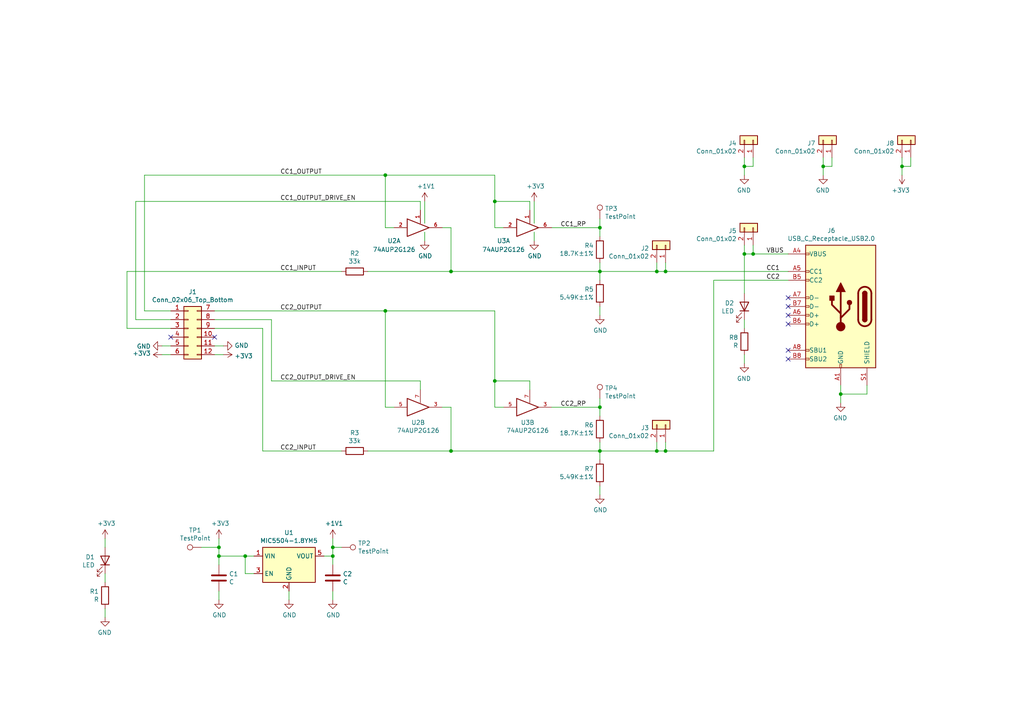
<source format=kicad_sch>
(kicad_sch (version 20230121) (generator eeschema)
  (paper "A4")
  (lib_symbols
    (symbol "CC-test-rescue:74AUC2G126-74xGxx" (pin_names (offset 1.016))
      (property "Reference" "U" (at -2.54 3.81 0))
      (property "Value" "74xGxx_74AUC2G126" (at 0 -3.81 0))
      (symbol "74AUC2G126-74xGxx_0_1"
        (polyline (pts (xy -3.81 2.54) (xy -3.81 -2.54) (xy 2.54 0) (xy -3.81 2.54)) (stroke (width 0.254)))
        (pin power_in line (at 1.27 -1.27 270) (length 0) hide (name "GND") (number "4"))
        (pin power_in line (at 1.27 1.27 90) (length 0) hide (name "VCC") (number "8"))
      )
      (symbol "74AUC2G126-74xGxx_1_1"
        (pin input line (at 0 5.08 270) (length 3.81) (name "~") (number "1"))
        (pin input line (at -7.62 0 0) (length 3.81) (name "~") (number "2"))
        (pin tri_state line (at 6.35 0 180) (length 3.81) (name "~") (number "6"))
      )
      (symbol "74AUC2G126-74xGxx_2_1"
        (pin tri_state line (at 6.35 0 180) (length 3.81) (name "~") (number "3"))
        (pin input line (at -7.62 0 0) (length 3.81) (name "~") (number "5"))
        (pin input line (at 0 5.08 270) (length 3.81) (name "~") (number "7"))
      )
    )
    (symbol "CC-test-rescue:USB_C_Receptacle_USB2.0-Connector" (pin_names (offset 1.016))
      (property "Reference" "J" (at -10.16 19.05 0))
      (property "Value" "Connector_USB_C_Receptacle_USB2.0" (at 19.05 19.05 0))
      (symbol "USB_C_Receptacle_USB2.0-Connector_0_0"
        (rectangle (start -0.254 -17.78) (end 0.254 -16.764))
        (rectangle (start 10.16 -14.986) (end 9.144 -15.494))
        (rectangle (start 10.16 -12.446) (end 9.144 -12.954))
        (rectangle (start 10.16 -4.826) (end 9.144 -5.334))
        (rectangle (start 10.16 -2.286) (end 9.144 -2.794))
        (rectangle (start 10.16 0.254) (end 9.144 -0.254))
        (rectangle (start 10.16 2.794) (end 9.144 2.286))
        (rectangle (start 10.16 7.874) (end 9.144 7.366))
        (rectangle (start 10.16 10.414) (end 9.144 9.906))
        (rectangle (start 10.16 15.494) (end 9.144 14.986))
      )
      (symbol "USB_C_Receptacle_USB2.0-Connector_0_1"
        (rectangle (start -10.16 17.78) (end 10.16 -17.78) (stroke (width 0.254)) (fill (type background)))
        (arc (start -8.89 -3.81) (mid -6.985 -5.7067) (end -5.08 -3.81) (stroke (width 0.508)))
        (arc (start -7.62 -3.81) (mid -6.985 -4.4423) (end -6.35 -3.81) (stroke (width 0.254)))
        (arc (start -7.62 -3.81) (mid -6.985 -4.4423) (end -6.35 -3.81) (stroke (width 0.254)) (fill (type outline)))
        (rectangle (start -7.62 -3.81) (end -6.35 3.81) (stroke (width 0.254)) (fill (type outline)))
        (arc (start -6.35 3.81) (mid -6.985 4.4423) (end -7.62 3.81) (stroke (width 0.254)))
        (arc (start -6.35 3.81) (mid -6.985 4.4423) (end -7.62 3.81) (stroke (width 0.254)) (fill (type outline)))
        (arc (start -5.08 3.81) (mid -6.985 5.7067) (end -8.89 3.81) (stroke (width 0.508)))
        (circle (center -2.54 1.143) (radius 0.635) (stroke (width 0.254)) (fill (type outline)))
        (circle (center 0 -5.842) (radius 1.27) (fill (type outline)))
        (polyline (pts (xy -8.89 -3.81) (xy -8.89 3.81)) (stroke (width 0.508)))
        (polyline (pts (xy -5.08 3.81) (xy -5.08 -3.81)) (stroke (width 0.508)))
        (polyline (pts (xy 0 -5.842) (xy 0 4.318)) (stroke (width 0.508)))
        (polyline (pts (xy 0 -3.302) (xy -2.54 -0.762) (xy -2.54 0.508)) (stroke (width 0.508)))
        (polyline (pts (xy 0 -2.032) (xy 2.54 0.508) (xy 2.54 1.778)) (stroke (width 0.508)))
        (polyline (pts (xy -1.27 4.318) (xy 0 6.858) (xy 1.27 4.318) (xy -1.27 4.318)) (stroke (width 0.254)) (fill (type outline)))
        (rectangle (start 1.905 1.778) (end 3.175 3.048) (stroke (width 0.254)) (fill (type outline)))
      )
      (symbol "USB_C_Receptacle_USB2.0-Connector_1_1"
        (pin power_in line (at 0 -22.86 90) (length 5.08) (name "GND") (number "A1"))
        (pin passive line (at 0 -22.86 90) (length 5.08) hide (name "GND") (number "A12"))
        (pin power_in line (at 15.24 15.24 180) (length 5.08) (name "VBUS") (number "A4"))
        (pin bidirectional line (at 15.24 10.16 180) (length 5.08) (name "CC1") (number "A5"))
        (pin bidirectional line (at 15.24 -2.54 180) (length 5.08) (name "D+") (number "A6"))
        (pin bidirectional line (at 15.24 2.54 180) (length 5.08) (name "D-") (number "A7"))
        (pin bidirectional line (at 15.24 -12.7 180) (length 5.08) (name "SBU1") (number "A8"))
        (pin passive line (at 15.24 15.24 180) (length 5.08) hide (name "VBUS") (number "A9"))
        (pin passive line (at 0 -22.86 90) (length 5.08) hide (name "GND") (number "B1"))
        (pin passive line (at 0 -22.86 90) (length 5.08) hide (name "GND") (number "B12"))
        (pin passive line (at 15.24 15.24 180) (length 5.08) hide (name "VBUS") (number "B4"))
        (pin bidirectional line (at 15.24 7.62 180) (length 5.08) (name "CC2") (number "B5"))
        (pin bidirectional line (at 15.24 -5.08 180) (length 5.08) (name "D+") (number "B6"))
        (pin bidirectional line (at 15.24 0 180) (length 5.08) (name "D-") (number "B7"))
        (pin bidirectional line (at 15.24 -15.24 180) (length 5.08) (name "SBU2") (number "B8"))
        (pin passive line (at 15.24 15.24 180) (length 5.08) hide (name "VBUS") (number "B9"))
        (pin passive line (at -7.62 -22.86 90) (length 5.08) (name "SHIELD") (number "S1"))
      )
    )
    (symbol "CC-test:74AUP2G126" (pin_names (offset 1.016))
      (property "Reference" "U" (at -2.54 3.81 0))
      (property "Value" "74AUP2G126" (at 0 -3.81 0))
      (symbol "74AUP2G126_0_1"
        (polyline (pts (xy -3.81 2.54) (xy -3.81 -2.54) (xy 2.54 0) (xy -3.81 2.54)) (stroke (width 0.254)))
        (pin power_in line (at 1.27 -1.27 270) (length 0) hide (name "GND") (number "4"))
        (pin power_in line (at 1.27 1.27 90) (length 0) hide (name "~") (number "8"))
      )
      (symbol "74AUP2G126_1_1"
        (pin input line (at 0 5.08 270) (length 3.81) (name "~") (number "1"))
        (pin input line (at -7.62 0 0) (length 3.81) (name "~") (number "2"))
        (pin tri_state line (at 6.35 0 180) (length 3.81) (name "~") (number "6"))
      )
      (symbol "74AUP2G126_2_1"
        (pin tri_state line (at 6.35 0 180) (length 3.81) (name "~") (number "3"))
        (pin input line (at -7.62 0 0) (length 3.81) (name "~") (number "5"))
        (pin input line (at 0 5.08 270) (length 3.81) (name "~") (number "7"))
      )
    )
    (symbol "Connector:TestPoint" (pin_numbers hide) (pin_names (offset 0.762) hide)
      (property "Reference" "TP" (at 0 6.858 0))
      (property "Value" "TestPoint" (at 0 5.08 0))
      (symbol "TestPoint_0_1"
        (circle (center 0 3.302) (radius 0.762))
      )
      (symbol "TestPoint_1_1"
        (pin passive line (at 0 0 90) (length 2.54) (name "1") (number "1"))
      )
    )
    (symbol "Connector_Generic:Conn_01x02" (pin_names (offset 1.016) hide)
      (property "Reference" "J" (at 0 2.54 0))
      (property "Value" "Conn_01x02" (at 0 -5.08 0))
      (symbol "Conn_01x02_1_1"
        (rectangle (start -1.27 -2.413) (end 0 -2.667) (stroke (width 0.1524)))
        (rectangle (start -1.27 0.127) (end 0 -0.127) (stroke (width 0.1524)))
        (rectangle (start -1.27 1.27) (end 1.27 -3.81) (stroke (width 0.254)) (fill (type background)))
        (pin passive line (at -5.08 0 0) (length 3.81) (name "Pin_1") (number "1"))
        (pin passive line (at -5.08 -2.54 0) (length 3.81) (name "Pin_2") (number "2"))
      )
    )
    (symbol "Connector_Generic:Conn_02x06_Top_Bottom" (pin_names (offset 1.016) hide)
      (property "Reference" "J" (at 1.27 7.62 0))
      (property "Value" "Conn_02x06_Top_Bottom" (at 1.27 -10.16 0))
      (symbol "Conn_02x06_Top_Bottom_1_1"
        (rectangle (start -1.27 -7.493) (end 0 -7.747) (stroke (width 0.1524)))
        (rectangle (start -1.27 -4.953) (end 0 -5.207) (stroke (width 0.1524)))
        (rectangle (start -1.27 -2.413) (end 0 -2.667) (stroke (width 0.1524)))
        (rectangle (start -1.27 0.127) (end 0 -0.127) (stroke (width 0.1524)))
        (rectangle (start -1.27 2.667) (end 0 2.413) (stroke (width 0.1524)))
        (rectangle (start -1.27 5.207) (end 0 4.953) (stroke (width 0.1524)))
        (rectangle (start -1.27 6.35) (end 3.81 -8.89) (stroke (width 0.254)) (fill (type background)))
        (rectangle (start 3.81 -7.493) (end 2.54 -7.747) (stroke (width 0.1524)))
        (rectangle (start 3.81 -4.953) (end 2.54 -5.207) (stroke (width 0.1524)))
        (rectangle (start 3.81 -2.413) (end 2.54 -2.667) (stroke (width 0.1524)))
        (rectangle (start 3.81 0.127) (end 2.54 -0.127) (stroke (width 0.1524)))
        (rectangle (start 3.81 2.667) (end 2.54 2.413) (stroke (width 0.1524)))
        (rectangle (start 3.81 5.207) (end 2.54 4.953) (stroke (width 0.1524)))
        (pin passive line (at -5.08 5.08 0) (length 3.81) (name "Pin_1") (number "1"))
        (pin passive line (at 7.62 -2.54 180) (length 3.81) (name "Pin_10") (number "10"))
        (pin passive line (at 7.62 -5.08 180) (length 3.81) (name "Pin_11") (number "11"))
        (pin passive line (at 7.62 -7.62 180) (length 3.81) (name "Pin_12") (number "12"))
        (pin passive line (at -5.08 2.54 0) (length 3.81) (name "Pin_2") (number "2"))
        (pin passive line (at -5.08 0 0) (length 3.81) (name "Pin_3") (number "3"))
        (pin passive line (at -5.08 -2.54 0) (length 3.81) (name "Pin_4") (number "4"))
        (pin passive line (at -5.08 -5.08 0) (length 3.81) (name "Pin_5") (number "5"))
        (pin passive line (at -5.08 -7.62 0) (length 3.81) (name "Pin_6") (number "6"))
        (pin passive line (at 7.62 5.08 180) (length 3.81) (name "Pin_7") (number "7"))
        (pin passive line (at 7.62 2.54 180) (length 3.81) (name "Pin_8") (number "8"))
        (pin passive line (at 7.62 0 180) (length 3.81) (name "Pin_9") (number "9"))
      )
    )
    (symbol "Device:C" (pin_numbers hide) (pin_names (offset 0.254))
      (property "Reference" "C" (at 0.635 2.54 0))
      (property "Value" "C" (at 0.635 -2.54 0))
      (symbol "C_0_1"
        (polyline (pts (xy -2.032 -0.762) (xy 2.032 -0.762)) (stroke (width 0.508)))
        (polyline (pts (xy -2.032 0.762) (xy 2.032 0.762)) (stroke (width 0.508)))
      )
      (symbol "C_1_1"
        (pin passive line (at 0 3.81 270) (length 2.794) (name "~") (number "1"))
        (pin passive line (at 0 -3.81 90) (length 2.794) (name "~") (number "2"))
      )
    )
    (symbol "Device:LED" (pin_numbers hide) (pin_names (offset 1.016) hide)
      (property "Reference" "D" (at 0 2.54 0))
      (property "Value" "LED" (at 0 -2.54 0))
      (symbol "LED_0_1"
        (polyline (pts (xy -1.27 -1.27) (xy -1.27 1.27)) (stroke (width 0.254)))
        (polyline (pts (xy -1.27 0) (xy 1.27 0)))
        (polyline (pts (xy 1.27 -1.27) (xy 1.27 1.27) (xy -1.27 0) (xy 1.27 -1.27)) (stroke (width 0.254)))
        (polyline (pts (xy -3.048 -0.762) (xy -4.572 -2.286) (xy -3.81 -2.286) (xy -4.572 -2.286) (xy -4.572 -1.524)))
        (polyline (pts (xy -1.778 -0.762) (xy -3.302 -2.286) (xy -2.54 -2.286) (xy -3.302 -2.286) (xy -3.302 -1.524)))
      )
      (symbol "LED_1_1"
        (pin passive line (at -3.81 0 0) (length 2.54) (name "K") (number "1"))
        (pin passive line (at 3.81 0 180) (length 2.54) (name "A") (number "2"))
      )
    )
    (symbol "Device:R" (pin_numbers hide) (pin_names (offset 0))
      (property "Reference" "R" (at 2.032 0 90))
      (property "Value" "R" (at 0 0 90))
      (symbol "R_0_1"
        (rectangle (start -1.016 -2.54) (end 1.016 2.54) (stroke (width 0.254)))
      )
      (symbol "R_1_1"
        (pin passive line (at 0 3.81 270) (length 1.27) (name "~") (number "1"))
        (pin passive line (at 0 -3.81 90) (length 1.27) (name "~") (number "2"))
      )
    )
    (symbol "Regulator_Linear:MIC5504-1.8YM5"
      (property "Reference" "U" (at -7.62 8.89 0))
      (property "Value" "MIC5504-1.8YM5" (at -7.62 6.35 0))
      (symbol "MIC5504-1.8YM5_0_1"
        (rectangle (start -7.62 -5.08) (end 7.62 5.08) (stroke (width 0.254)) (fill (type background)))
      )
      (symbol "MIC5504-1.8YM5_1_1"
        (pin power_in line (at -10.16 2.54 0) (length 2.54) (name "VIN") (number "1"))
        (pin power_in line (at 0 -7.62 90) (length 2.54) (name "GND") (number "2"))
        (pin input line (at -10.16 -2.54 0) (length 2.54) (name "EN") (number "3"))
        (pin no_connect line (at 7.62 -2.54 180) (length 2.54) hide (name "NC") (number "4"))
        (pin power_out line (at 10.16 2.54 180) (length 2.54) (name "VOUT") (number "5"))
      )
    )
    (symbol "power:+1V1" (power) (pin_names (offset 0))
      (property "Value" "+1V1" (at 0 3.556 0))
      (symbol "+1V1_0_1"
        (polyline (pts (xy -0.762 1.27) (xy 0 2.54)))
        (polyline (pts (xy 0 0) (xy 0 2.54)))
        (polyline (pts (xy 0 2.54) (xy 0.762 1.27)))
      )
      (symbol "+1V1_1_1"
        (pin power_in line (at 0 0 90) (length 0) hide (name "+1V1") (number "1"))
      )
    )
    (symbol "power:+3V3" (power) (pin_names (offset 0))
      (property "Value" "+3V3" (at 0 3.556 0))
      (symbol "+3V3_0_1"
        (polyline (pts (xy -0.762 1.27) (xy 0 2.54)))
        (polyline (pts (xy 0 0) (xy 0 2.54)))
        (polyline (pts (xy 0 2.54) (xy 0.762 1.27)))
      )
      (symbol "+3V3_1_1"
        (pin power_in line (at 0 0 90) (length 0) hide (name "+3V3") (number "1"))
      )
    )
    (symbol "power:GND" (power) (pin_names (offset 0))
      (property "Value" "GND" (at 0 -3.81 0))
      (symbol "GND_0_1"
        (polyline (pts (xy 0 0) (xy 0 -1.27) (xy 1.27 -1.27) (xy 0 -2.54) (xy -1.27 -1.27) (xy 0 -1.27)))
      )
      (symbol "GND_1_1"
        (pin power_in line (at 0 0 270) (length 0) hide (name "GND") (number "1"))
      )
    )
  )
  (junction (at 190.5 130.81))
  (junction (at 261.62 48.26))
  (junction (at 218.44 73.66))
  (junction (at 71.12 161.29))
  (junction (at 193.04 78.74))
  (junction (at 243.84 114.3))
  (junction (at 215.9 73.66))
  (junction (at 238.76 48.26))
  (junction (at 111.76 90.17))
  (junction (at 111.76 50.8))
  (junction (at 96.52 161.29))
  (junction (at 130.81 78.74))
  (junction (at 215.9 48.26))
  (junction (at 173.99 130.81))
  (junction (at 143.51 58.42))
  (junction (at 173.99 78.74))
  (junction (at 173.99 118.11))
  (junction (at 143.51 110.49))
  (junction (at 96.52 158.75))
  (junction (at 130.81 130.81))
  (junction (at 190.5 78.74))
  (junction (at 193.04 130.81))
  (junction (at 63.5 161.29))
  (junction (at 173.99 66.04))
  (junction (at 63.5 158.75))
  (no_connect (at 228.6 88.9))
  (no_connect (at 228.6 104.14))
  (no_connect (at 49.53 97.79))
  (no_connect (at 62.23 97.79))
  (no_connect (at 228.6 86.36))
  (no_connect (at 228.6 93.98))
  (no_connect (at 228.6 91.44))
  (no_connect (at 228.6 101.6))
  (wire (pts (xy 62.23 92.71) (xy 78.74 92.71)))
  (wire (pts (xy 154.94 67.31) (xy 154.94 69.85)))
  (wire (pts (xy 93.98 161.29) (xy 96.52 161.29)))
  (wire (pts (xy 96.52 158.75) (xy 96.52 161.29)))
  (wire (pts (xy 111.76 66.04) (xy 111.76 50.8)))
  (wire (pts (xy 49.53 95.25) (xy 36.83 95.25)))
  (wire (pts (xy 121.92 60.96) (xy 121.92 58.42)))
  (wire (pts (xy 58.42 158.75) (xy 63.5 158.75)))
  (wire (pts (xy 207.01 81.28) (xy 207.01 130.81)))
  (wire (pts (xy 114.3 118.11) (xy 111.76 118.11)))
  (wire (pts (xy 173.99 63.5) (xy 173.99 66.04)))
  (wire (pts (xy 78.74 92.71) (xy 78.74 110.49)))
  (wire (pts (xy 143.51 50.8) (xy 143.51 58.42)))
  (wire (pts (xy 96.52 156.21) (xy 96.52 158.75)))
  (wire (pts (xy 78.74 110.49) (xy 121.92 110.49)))
  (wire (pts (xy 215.9 102.87) (xy 215.9 105.41)))
  (wire (pts (xy 143.51 58.42) (xy 143.51 66.04)))
  (wire (pts (xy 62.23 90.17) (xy 111.76 90.17)))
  (wire (pts (xy 173.99 78.74) (xy 173.99 81.28)))
  (wire (pts (xy 243.84 111.76) (xy 243.84 114.3)))
  (wire (pts (xy 111.76 50.8) (xy 143.51 50.8)))
  (wire (pts (xy 62.23 100.33) (xy 64.77 100.33)))
  (wire (pts (xy 243.84 114.3) (xy 251.46 114.3)))
  (wire (pts (xy 63.5 158.75) (xy 63.5 161.29)))
  (wire (pts (xy 64.77 102.87) (xy 62.23 102.87)))
  (wire (pts (xy 153.67 60.96) (xy 153.67 58.42)))
  (wire (pts (xy 160.02 66.04) (xy 173.99 66.04)))
  (wire (pts (xy 71.12 161.29) (xy 73.66 161.29)))
  (wire (pts (xy 71.12 166.37) (xy 71.12 161.29)))
  (wire (pts (xy 130.81 130.81) (xy 173.99 130.81)))
  (wire (pts (xy 238.76 48.26) (xy 241.3 48.26)))
  (wire (pts (xy 106.68 78.74) (xy 130.81 78.74)))
  (wire (pts (xy 173.99 78.74) (xy 173.99 76.2)))
  (wire (pts (xy 128.27 118.11) (xy 130.81 118.11)))
  (wire (pts (xy 193.04 128.27) (xy 193.04 130.81)))
  (wire (pts (xy 190.5 78.74) (xy 173.99 78.74)))
  (wire (pts (xy 143.51 110.49) (xy 143.51 118.11)))
  (wire (pts (xy 193.04 78.74) (xy 193.04 76.2)))
  (wire (pts (xy 173.99 91.44) (xy 173.99 88.9)))
  (wire (pts (xy 130.81 118.11) (xy 130.81 130.81)))
  (wire (pts (xy 153.67 113.03) (xy 153.67 110.49)))
  (wire (pts (xy 143.51 118.11) (xy 146.05 118.11)))
  (wire (pts (xy 36.83 95.25) (xy 36.83 78.74)))
  (wire (pts (xy 143.51 90.17) (xy 143.51 110.49)))
  (wire (pts (xy 111.76 90.17) (xy 143.51 90.17)))
  (wire (pts (xy 30.48 156.21) (xy 30.48 158.75)))
  (wire (pts (xy 153.67 58.42) (xy 143.51 58.42)))
  (wire (pts (xy 215.9 48.26) (xy 218.44 48.26)))
  (wire (pts (xy 96.52 161.29) (xy 96.52 163.83)))
  (wire (pts (xy 41.91 90.17) (xy 41.91 50.8)))
  (wire (pts (xy 114.3 66.04) (xy 111.76 66.04)))
  (wire (pts (xy 63.5 173.99) (xy 63.5 171.45)))
  (wire (pts (xy 39.37 58.42) (xy 39.37 92.71)))
  (wire (pts (xy 130.81 66.04) (xy 130.81 78.74)))
  (wire (pts (xy 261.62 48.26) (xy 261.62 50.8)))
  (wire (pts (xy 111.76 118.11) (xy 111.76 90.17)))
  (wire (pts (xy 46.99 102.87) (xy 49.53 102.87)))
  (wire (pts (xy 215.9 73.66) (xy 215.9 85.09)))
  (wire (pts (xy 143.51 66.04) (xy 146.05 66.04)))
  (wire (pts (xy 96.52 171.45) (xy 96.52 173.99)))
  (wire (pts (xy 30.48 166.37) (xy 30.48 168.91)))
  (wire (pts (xy 49.53 90.17) (xy 41.91 90.17)))
  (wire (pts (xy 123.19 58.42) (xy 123.19 64.77)))
  (wire (pts (xy 83.82 171.45) (xy 83.82 173.99)))
  (wire (pts (xy 173.99 143.51) (xy 173.99 140.97)))
  (wire (pts (xy 215.9 45.72) (xy 215.9 48.26)))
  (wire (pts (xy 215.9 73.66) (xy 215.9 71.12)))
  (wire (pts (xy 207.01 130.81) (xy 193.04 130.81)))
  (wire (pts (xy 215.9 48.26) (xy 215.9 50.8)))
  (wire (pts (xy 63.5 156.21) (xy 63.5 158.75)))
  (wire (pts (xy 30.48 176.53) (xy 30.48 179.07)))
  (wire (pts (xy 173.99 118.11) (xy 173.99 120.65)))
  (wire (pts (xy 261.62 48.26) (xy 264.16 48.26)))
  (wire (pts (xy 123.19 67.31) (xy 123.19 69.85)))
  (wire (pts (xy 228.6 73.66) (xy 218.44 73.66)))
  (wire (pts (xy 238.76 45.72) (xy 238.76 48.26)))
  (wire (pts (xy 106.68 130.81) (xy 130.81 130.81)))
  (wire (pts (xy 121.92 113.03) (xy 121.92 110.49)))
  (wire (pts (xy 218.44 71.12) (xy 218.44 73.66)))
  (wire (pts (xy 251.46 114.3) (xy 251.46 111.76)))
  (wire (pts (xy 190.5 128.27) (xy 190.5 130.81)))
  (wire (pts (xy 228.6 81.28) (xy 207.01 81.28)))
  (wire (pts (xy 128.27 66.04) (xy 130.81 66.04)))
  (wire (pts (xy 63.5 161.29) (xy 71.12 161.29)))
  (wire (pts (xy 241.3 48.26) (xy 241.3 45.72)))
  (wire (pts (xy 264.16 48.26) (xy 264.16 45.72)))
  (wire (pts (xy 193.04 130.81) (xy 190.5 130.81)))
  (wire (pts (xy 96.52 158.75) (xy 99.06 158.75)))
  (wire (pts (xy 36.83 78.74) (xy 99.06 78.74)))
  (wire (pts (xy 160.02 118.11) (xy 173.99 118.11)))
  (wire (pts (xy 46.99 100.33) (xy 49.53 100.33)))
  (wire (pts (xy 243.84 114.3) (xy 243.84 116.84)))
  (wire (pts (xy 218.44 73.66) (xy 215.9 73.66)))
  (wire (pts (xy 73.66 166.37) (xy 71.12 166.37)))
  (wire (pts (xy 41.91 50.8) (xy 111.76 50.8)))
  (wire (pts (xy 62.23 95.25) (xy 76.2 95.25)))
  (wire (pts (xy 228.6 78.74) (xy 193.04 78.74)))
  (wire (pts (xy 39.37 92.71) (xy 49.53 92.71)))
  (wire (pts (xy 190.5 78.74) (xy 190.5 76.2)))
  (wire (pts (xy 173.99 130.81) (xy 173.99 128.27)))
  (wire (pts (xy 218.44 48.26) (xy 218.44 45.72)))
  (wire (pts (xy 154.94 58.42) (xy 154.94 64.77)))
  (wire (pts (xy 173.99 130.81) (xy 173.99 133.35)))
  (wire (pts (xy 39.37 58.42) (xy 121.92 58.42)))
  (wire (pts (xy 261.62 45.72) (xy 261.62 48.26)))
  (wire (pts (xy 130.81 78.74) (xy 173.99 78.74)))
  (wire (pts (xy 190.5 130.81) (xy 173.99 130.81)))
  (wire (pts (xy 238.76 48.26) (xy 238.76 50.8)))
  (wire (pts (xy 193.04 78.74) (xy 190.5 78.74)))
  (wire (pts (xy 63.5 163.83) (xy 63.5 161.29)))
  (wire (pts (xy 173.99 66.04) (xy 173.99 68.58)))
  (wire (pts (xy 76.2 130.81) (xy 99.06 130.81)))
  (wire (pts (xy 215.9 92.71) (xy 215.9 95.25)))
  (wire (pts (xy 153.67 110.49) (xy 143.51 110.49)))
  (wire (pts (xy 76.2 95.25) (xy 76.2 130.81)))
  (wire (pts (xy 173.99 115.57) (xy 173.99 118.11)))
  (label "CC1_OUTPUT_DRIVE_EN" (at 81.28 58.42 0))
  (label "CC1_RP" (at 162.56 66.04 0))
  (label "CC1_OUTPUT" (at 81.28 50.8 0))
  (label "CC1_INPUT" (at 81.28 78.74 0))
  (label "CC2_RP" (at 162.56 118.11 0))
  (label "VBUS" (at 222.25 73.66 0))
  (label "CC2" (at 222.25 81.28 0))
  (label "CC1" (at 222.25 78.74 0))
  (label "CC2_OUTPUT" (at 81.28 90.17 0))
  (label "CC2_INPUT" (at 81.28 130.81 0))
  (label "CC2_OUTPUT_DRIVE_EN" (at 81.28 110.49 0))
  (symbol (lib_id "CC-test-rescue:USB_C_Receptacle_USB2.0-Connector") (at 243.84 88.9 0) (mirror y) (unit 1)
    (property "Reference" "J6" (at 241.1222 66.8782 0))
    (property "Value" "USB_C_Receptacle_USB2.0" (at 241.1222 69.1896 0))
    (property "Footprint" "CC-test:USB_C_Receptacle_HRO_TYPE-C-31-M-12" (effects hide))
    (property "Datasheet" "https://www.usb.org/sites/default/files/documents/usb_type-c.zip" (effects hide))
  )
  (symbol (lib_id "Device:R") (at 173.99 85.09 0) (mirror y) (unit 1)
    (property "Reference" "R5" (at 172.212 83.9216 0) (effects (justify left)))
    (property "Value" "5.49K±1%" (at 172.212 86.233 0) (effects (justify left)))
    (property "Footprint" "Resistor_SMD:R_0402_1005Metric" (effects hide))
  )
  (symbol (lib_id "power:GND") (at 243.84 116.84 0) (mirror y) (unit 1)
    (property "Reference" "#PWR025" (effects hide))
    (property "Value" "GND" (at 243.713 121.2342 0))
  )
  (symbol (lib_id "Connector_Generic:Conn_01x02") (at 218.44 66.04 270) (mirror x) (unit 1)
    (property "Reference" "J5" (at 213.6648 66.9544 90) (effects (justify right)))
    (property "Value" "Conn_01x02" (at 213.6648 69.2658 90) (effects (justify right)))
    (property "Footprint" "Connector_PinHeader_2.54mm:PinHeader_1x02_P2.54mm_Vertical" (effects hide))
  )
  (symbol (lib_id "Connector_Generic:Conn_01x02") (at 218.44 40.64 270) (mirror x) (unit 1)
    (property "Reference" "J4" (at 213.6648 41.5544 90) (effects (justify right)))
    (property "Value" "Conn_01x02" (at 213.6648 43.8658 90) (effects (justify right)))
    (property "Footprint" "Connector_PinHeader_2.54mm:PinHeader_1x02_P2.54mm_Vertical" (effects hide))
  )
  (symbol (lib_id "power:GND") (at 215.9 50.8 0) (mirror y) (unit 1)
    (property "Reference" "#PWR022" (effects hide))
    (property "Value" "GND" (at 215.773 55.1942 0))
  )
  (symbol (lib_id "Connector_Generic:Conn_01x02") (at 241.3 40.64 270) (mirror x) (unit 1)
    (property "Reference" "J7" (at 236.5248 41.5544 90) (effects (justify right)))
    (property "Value" "Conn_01x02" (at 236.5248 43.8658 90) (effects (justify right)))
    (property "Footprint" "Connector_PinHeader_2.54mm:PinHeader_1x02_P2.54mm_Vertical" (effects hide))
  )
  (symbol (lib_id "power:GND") (at 238.76 50.8 0) (mirror y) (unit 1)
    (property "Reference" "#PWR024" (effects hide))
    (property "Value" "GND" (at 238.633 55.1942 0))
  )
  (symbol (lib_id "Connector_Generic:Conn_01x02") (at 193.04 71.12 270) (mirror x) (unit 1)
    (property "Reference" "J2" (at 188.2648 72.0344 90) (effects (justify right)))
    (property "Value" "Conn_01x02" (at 188.2648 74.3458 90) (effects (justify right)))
    (property "Footprint" "Connector_PinHeader_2.54mm:PinHeader_1x02_P2.54mm_Vertical" (effects hide))
  )
  (symbol (lib_id "Connector_Generic:Conn_01x02") (at 193.04 123.19 270) (mirror x) (unit 1)
    (property "Reference" "J3" (at 188.2648 124.1044 90) (effects (justify right)))
    (property "Value" "Conn_01x02" (at 188.2648 126.4158 90) (effects (justify right)))
    (property "Footprint" "Connector_PinHeader_2.54mm:PinHeader_1x02_P2.54mm_Vertical" (effects hide))
  )
  (symbol (lib_id "Device:LED") (at 215.9 88.9 270) (mirror x) (unit 1)
    (property "Reference" "D2" (at 212.9282 87.9094 90) (effects (justify right)))
    (property "Value" "LED" (at 212.9282 90.2208 90) (effects (justify right)))
    (property "Footprint" "LED_SMD:LED_0603_1608Metric_Pad1.05x0.95mm_HandSolder" (effects hide))
  )
  (symbol (lib_id "Device:R") (at 215.9 99.06 0) (mirror y) (unit 1)
    (property "Reference" "R8" (at 214.122 97.8916 0) (effects (justify left)))
    (property "Value" "R" (at 214.122 100.203 0) (effects (justify left)))
    (property "Footprint" "Resistor_SMD:R_0402_1005Metric" (effects hide))
  )
  (symbol (lib_id "power:GND") (at 215.9 105.41 0) (mirror y) (unit 1)
    (property "Reference" "#PWR023" (effects hide))
    (property "Value" "GND" (at 215.773 109.8042 0))
  )
  (symbol (lib_id "Device:R") (at 173.99 72.39 0) (mirror y) (unit 1)
    (property "Reference" "R4" (at 172.212 71.2216 0) (effects (justify left)))
    (property "Value" "18.7K±1%" (at 172.212 73.533 0) (effects (justify left)))
    (property "Footprint" "Resistor_SMD:R_0402_1005Metric" (effects hide))
  )
  (symbol (lib_id "CC-test:74AUP2G126") (at 153.67 66.04 0) (unit 1)
    (property "Reference" "U3" (at 146.05 69.85 0))
    (property "Value" "74AUP2G126" (at 146.05 72.39 0))
    (property "Footprint" "CC-test:X2-DFN1210-8_1.2x1mm_P0.3mm" (effects hide))
    (property "Datasheet" "https://www.diodes.com/assets/Datasheets/74AUP2G126.pdf" (effects hide))
    (property "Manufacturer" "Diodes, Inc." (effects hide))
    (property "Part Number" "74AUP2G126RA3-7" (effects hide))
  )
  (symbol (lib_id "CC-test:74AUP2G126") (at 153.67 118.11 0) (unit 2)
    (property "Reference" "U3" (at 153.035 122.555 0))
    (property "Value" "74AUP2G126" (at 153.035 124.8664 0))
    (property "Footprint" "CC-test:X2-DFN1210-8_1.2x1mm_P0.3mm" (effects hide))
    (property "Datasheet" "https://www.diodes.com/assets/Datasheets/74AUP2G126.pdf" (effects hide))
    (property "Manufacturer" "Diodes, Inc." (effects hide))
    (property "Part Number" "74AUP2G126RA3-7" (effects hide))
  )
  (symbol (lib_id "power:+3V3") (at 154.94 58.42 0) (unit 1)
    (property "Reference" "#PWR016" (effects hide))
    (property "Value" "+3V3" (at 155.321 54.0258 0))
  )
  (symbol (lib_id "power:+1V1") (at 123.19 58.42 0) (unit 1)
    (property "Reference" "#PWR012" (effects hide))
    (property "Value" "+1V1" (at 123.571 54.0258 0))
  )
  (symbol (lib_id "power:GND") (at 154.94 69.85 0) (unit 1)
    (property "Reference" "#PWR017" (effects hide))
    (property "Value" "GND" (at 155.067 74.2442 0))
  )
  (symbol (lib_id "power:GND") (at 123.19 69.85 0) (unit 1)
    (property "Reference" "#PWR013" (effects hide))
    (property "Value" "GND" (at 123.317 74.2442 0))
  )
  (symbol (lib_id "power:GND") (at 173.99 91.44 0) (unit 1)
    (property "Reference" "#PWR020" (effects hide))
    (property "Value" "GND" (at 174.117 95.8342 0))
  )
  (symbol (lib_id "Device:R") (at 102.87 78.74 90) (mirror x) (unit 1)
    (property "Reference" "R2" (at 102.87 73.4822 90))
    (property "Value" "33k" (at 102.87 75.7936 90))
    (property "Footprint" "Resistor_SMD:R_0402_1005Metric" (effects hide))
  )
  (symbol (lib_id "Device:R") (at 173.99 137.16 0) (mirror y) (unit 1)
    (property "Reference" "R7" (at 172.212 135.9916 0) (effects (justify left)))
    (property "Value" "5.49K±1%" (at 172.212 138.303 0) (effects (justify left)))
    (property "Footprint" "Resistor_SMD:R_0402_1005Metric" (effects hide))
  )
  (symbol (lib_id "Device:R") (at 173.99 124.46 0) (mirror y) (unit 1)
    (property "Reference" "R6" (at 172.212 123.2916 0) (effects (justify left)))
    (property "Value" "18.7K±1%" (at 172.212 125.603 0) (effects (justify left)))
    (property "Footprint" "Resistor_SMD:R_0402_1005Metric" (effects hide))
  )
  (symbol (lib_id "power:GND") (at 173.99 143.51 0) (unit 1)
    (property "Reference" "#PWR021" (effects hide))
    (property "Value" "GND" (at 174.117 147.9042 0))
  )
  (symbol (lib_id "Device:R") (at 102.87 130.81 90) (mirror x) (unit 1)
    (property "Reference" "R3" (at 102.87 125.5522 90))
    (property "Value" "33k" (at 102.87 127.8636 90))
    (property "Footprint" "Resistor_SMD:R_0402_1005Metric" (effects hide))
  )
  (symbol (lib_id "Connector:TestPoint") (at 173.99 63.5 0) (unit 1)
    (property "Reference" "TP3" (at 175.4632 60.5028 0) (effects (justify left)))
    (property "Value" "TestPoint" (at 175.4632 62.8142 0) (effects (justify left)))
    (property "Footprint" "TestPoint:TestPoint_Pad_D1.0mm" (effects hide))
  )
  (symbol (lib_id "Connector:TestPoint") (at 173.99 115.57 0) (unit 1)
    (property "Reference" "TP4" (at 175.4632 112.5728 0) (effects (justify left)))
    (property "Value" "TestPoint" (at 175.4632 114.8842 0) (effects (justify left)))
    (property "Footprint" "TestPoint:TestPoint_Pad_D1.0mm" (effects hide))
  )
  (symbol (lib_id "Connector_Generic:Conn_02x06_Top_Bottom") (at 54.61 95.25 0) (unit 1)
    (property "Reference" "J1" (at 55.88 84.6582 0))
    (property "Value" "Conn_02x06_Top_Bottom" (at 55.88 86.9696 0))
    (property "Footprint" "CC-test:PinHeader_2x06_P2.54mm_PMOD" (effects hide))
  )
  (symbol (lib_id "power:GND") (at 64.77 100.33 90) (unit 1)
    (property "Reference" "#PWR07" (effects hide))
    (property "Value" "GND" (at 68.0212 100.203 90) (effects (justify right)))
  )
  (symbol (lib_id "power:GND") (at 46.99 100.33 270) (unit 1)
    (property "Reference" "#PWR03" (effects hide))
    (property "Value" "GND" (at 43.7388 100.457 90) (effects (justify right)))
  )
  (symbol (lib_id "power:+3V3") (at 64.77 102.87 270) (unit 1)
    (property "Reference" "#PWR08" (effects hide))
    (property "Value" "+3V3" (at 68.0212 103.251 90) (effects (justify left)))
  )
  (symbol (lib_id "power:+3V3") (at 46.99 102.87 90) (unit 1)
    (property "Reference" "#PWR04" (effects hide))
    (property "Value" "+3V3" (at 43.7388 102.489 90) (effects (justify left)))
  )
  (symbol (lib_id "Regulator_Linear:MIC5504-1.8YM5") (at 83.82 163.83 0) (unit 1)
    (property "Reference" "U1" (at 83.82 154.5082 0))
    (property "Value" "MIC5504-1.8YM5" (at 83.82 156.8196 0))
    (property "Footprint" "Package_TO_SOT_SMD:SOT-23-5" (effects hide))
    (property "Datasheet" "http://ww1.microchip.com/downloads/en/DeviceDoc/MIC550X.pdf" (effects hide))
  )
  (symbol (lib_id "power:+1V1") (at 96.52 156.21 0) (unit 1)
    (property "Reference" "#PWR010" (effects hide))
    (property "Value" "+1V1" (at 96.901 151.8158 0))
  )
  (symbol (lib_id "Device:C") (at 96.52 167.64 0) (unit 1)
    (property "Reference" "C2" (at 99.441 166.4716 0) (effects (justify left)))
    (property "Value" "C" (at 99.441 168.783 0) (effects (justify left)))
    (property "Footprint" "Capacitor_SMD:C_0603_1608Metric" (effects hide))
  )
  (symbol (lib_id "power:GND") (at 96.52 173.99 0) (unit 1)
    (property "Reference" "#PWR011" (effects hide))
    (property "Value" "GND" (at 96.647 178.3842 0))
  )
  (symbol (lib_id "Connector:TestPoint") (at 99.06 158.75 270) (unit 1)
    (property "Reference" "TP2" (at 103.8352 157.5816 90) (effects (justify left)))
    (property "Value" "TestPoint" (at 103.8352 159.893 90) (effects (justify left)))
    (property "Footprint" "TestPoint:TestPoint_Pad_D1.0mm" (effects hide))
  )
  (symbol (lib_id "power:GND") (at 83.82 173.99 0) (unit 1)
    (property "Reference" "#PWR09" (effects hide))
    (property "Value" "GND" (at 83.947 178.3842 0))
  )
  (symbol (lib_id "Device:C") (at 63.5 167.64 0) (unit 1)
    (property "Reference" "C1" (at 66.421 166.4716 0) (effects (justify left)))
    (property "Value" "C" (at 66.421 168.783 0) (effects (justify left)))
    (property "Footprint" "Capacitor_SMD:C_0402_1005Metric" (effects hide))
  )
  (symbol (lib_id "power:+3V3") (at 63.5 156.21 0) (unit 1)
    (property "Reference" "#PWR05" (effects hide))
    (property "Value" "+3V3" (at 63.881 151.8158 0))
  )
  (symbol (lib_id "power:GND") (at 63.5 173.99 0) (unit 1)
    (property "Reference" "#PWR06" (effects hide))
    (property "Value" "GND" (at 63.627 178.3842 0))
  )
  (symbol (lib_id "Connector:TestPoint") (at 58.42 158.75 90) (mirror x) (unit 1)
    (property "Reference" "TP1" (at 56.5912 153.797 90))
    (property "Value" "TestPoint" (at 56.5912 156.1084 90))
    (property "Footprint" "TestPoint:TestPoint_Pad_D1.0mm" (effects hide))
  )
  (symbol (lib_id "Connector_Generic:Conn_01x02") (at 264.16 40.64 270) (mirror x) (unit 1)
    (property "Reference" "J8" (at 259.3848 41.5544 90) (effects (justify right)))
    (property "Value" "Conn_01x02" (at 259.3848 43.8658 90) (effects (justify right)))
    (property "Footprint" "Connector_PinHeader_2.54mm:PinHeader_1x02_P2.54mm_Vertical" (effects hide))
  )
  (symbol (lib_id "power:+3V3") (at 261.62 50.8 180) (unit 1)
    (property "Reference" "#PWR026" (effects hide))
    (property "Value" "+3V3" (at 261.239 55.1942 0))
  )
  (symbol (lib_id "power:GND") (at 30.48 179.07 0) (mirror y) (unit 1)
    (property "Reference" "#PWR02" (effects hide))
    (property "Value" "GND" (at 30.353 183.4642 0))
  )
  (symbol (lib_id "Device:R") (at 30.48 172.72 0) (mirror y) (unit 1)
    (property "Reference" "R1" (at 28.702 171.5516 0) (effects (justify left)))
    (property "Value" "R" (at 28.702 173.863 0) (effects (justify left)))
    (property "Footprint" "Resistor_SMD:R_0402_1005Metric" (effects hide))
  )
  (symbol (lib_id "Device:LED") (at 30.48 162.56 270) (mirror x) (unit 1)
    (property "Reference" "D1" (at 27.5082 161.5694 90) (effects (justify right)))
    (property "Value" "LED" (at 27.5082 163.8808 90) (effects (justify right)))
    (property "Footprint" "LED_SMD:LED_0603_1608Metric_Pad1.05x0.95mm_HandSolder" (effects hide))
  )
  (symbol (lib_id "power:+3V3") (at 30.48 156.21 0) (unit 1)
    (property "Reference" "#PWR01" (effects hide))
    (property "Value" "+3V3" (at 30.861 151.8158 0))
  )
  (symbol (lib_id "CC-test-rescue:74AUC2G126-74xGxx") (at 121.92 66.04 0) (unit 1)
    (property "Reference" "U2" (at 114.3 69.85 0))
    (property "Value" "74AUP2G126" (at 114.3 72.39 0))
    (property "Footprint" "CC-test:X2-DFN1210-8_1.2x1mm_P0.3mm" (effects hide))
    (property "Datasheet" "https://www.diodes.com/assets/Datasheets/74AUP2G126.pdf" (effects hide))
    (property "Manufacturer" "Diodes, Inc." (effects hide))
    (property "Part Number" "74AUP2G126RA3-7" (effects hide))
  )
  (symbol (lib_id "CC-test-rescue:74AUC2G126-74xGxx") (at 121.92 118.11 0) (unit 2)
    (property "Reference" "U2" (at 121.285 122.555 0))
    (property "Value" "74AUP2G126" (at 121.285 124.8664 0))
    (property "Footprint" "CC-test:X2-DFN1210-8_1.2x1mm_P0.3mm" (effects hide))
    (property "Datasheet" "https://www.diodes.com/assets/Datasheets/74AUP2G126.pdf" (effects hide))
    (property "Manufacturer" "Diodes, Inc." (effects hide))
    (property "Part Number" "74AUP2G126RA3-7" (effects hide))
  )
)
</source>
